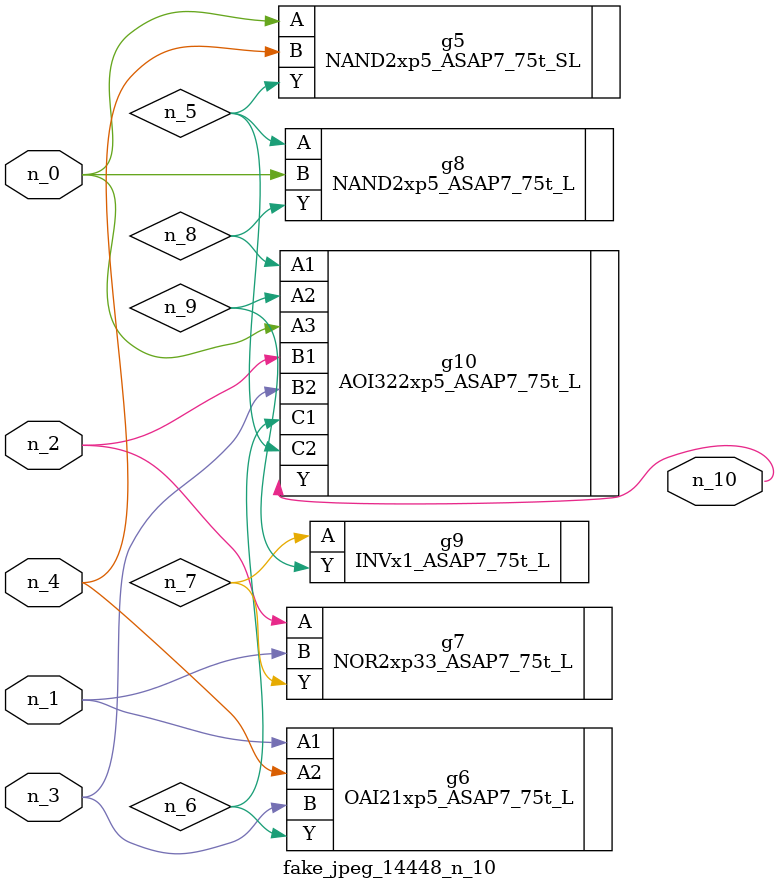
<source format=v>
module fake_jpeg_14448_n_10 (n_3, n_2, n_1, n_0, n_4, n_10);

input n_3;
input n_2;
input n_1;
input n_0;
input n_4;

output n_10;

wire n_8;
wire n_9;
wire n_6;
wire n_5;
wire n_7;

NAND2xp5_ASAP7_75t_SL g5 ( 
.A(n_0),
.B(n_4),
.Y(n_5)
);

OAI21xp5_ASAP7_75t_L g6 ( 
.A1(n_1),
.A2(n_4),
.B(n_3),
.Y(n_6)
);

NOR2xp33_ASAP7_75t_L g7 ( 
.A(n_2),
.B(n_1),
.Y(n_7)
);

NAND2xp5_ASAP7_75t_L g8 ( 
.A(n_5),
.B(n_0),
.Y(n_8)
);

AOI322xp5_ASAP7_75t_L g10 ( 
.A1(n_8),
.A2(n_9),
.A3(n_0),
.B1(n_2),
.B2(n_3),
.C1(n_6),
.C2(n_5),
.Y(n_10)
);

INVx1_ASAP7_75t_L g9 ( 
.A(n_7),
.Y(n_9)
);


endmodule
</source>
